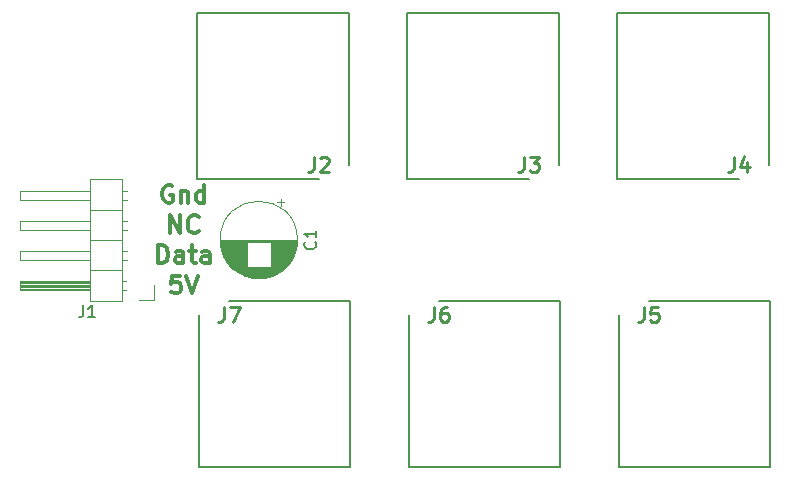
<source format=gto>
G04 #@! TF.GenerationSoftware,KiCad,Pcbnew,(5.1.0-851-g3912c7407)*
G04 #@! TF.CreationDate,2019-06-16T00:16:21-04:00*
G04 #@! TF.ProjectId,Corsair_RGB_Fan_Adaptor,436f7273-6169-4725-9f52-47425f46616e,rev?*
G04 #@! TF.SameCoordinates,Original*
G04 #@! TF.FileFunction,Legend,Top*
G04 #@! TF.FilePolarity,Positive*
%FSLAX46Y46*%
G04 Gerber Fmt 4.6, Leading zero omitted, Abs format (unit mm)*
G04 Created by KiCad (PCBNEW (5.1.0-851-g3912c7407)) date 2019-06-16 00:16:21*
%MOMM*%
%LPD*%
G04 APERTURE LIST*
%ADD10C,0.300000*%
%ADD11C,0.200000*%
%ADD12C,0.120000*%
%ADD13C,0.254000*%
%ADD14C,0.150000*%
G04 APERTURE END LIST*
D10*
X114605714Y-116075000D02*
X114462857Y-116003571D01*
X114248571Y-116003571D01*
X114034285Y-116075000D01*
X113891428Y-116217857D01*
X113820000Y-116360714D01*
X113748571Y-116646428D01*
X113748571Y-116860714D01*
X113820000Y-117146428D01*
X113891428Y-117289285D01*
X114034285Y-117432142D01*
X114248571Y-117503571D01*
X114391428Y-117503571D01*
X114605714Y-117432142D01*
X114677142Y-117360714D01*
X114677142Y-116860714D01*
X114391428Y-116860714D01*
X115320000Y-116503571D02*
X115320000Y-117503571D01*
X115320000Y-116646428D02*
X115391428Y-116575000D01*
X115534285Y-116503571D01*
X115748571Y-116503571D01*
X115891428Y-116575000D01*
X115962857Y-116717857D01*
X115962857Y-117503571D01*
X117320000Y-117503571D02*
X117320000Y-116003571D01*
X117320000Y-117432142D02*
X117177142Y-117503571D01*
X116891428Y-117503571D01*
X116748571Y-117432142D01*
X116677142Y-117360714D01*
X116605714Y-117217857D01*
X116605714Y-116789285D01*
X116677142Y-116646428D01*
X116748571Y-116575000D01*
X116891428Y-116503571D01*
X117177142Y-116503571D01*
X117320000Y-116575000D01*
X114391428Y-120053571D02*
X114391428Y-118553571D01*
X115248571Y-120053571D01*
X115248571Y-118553571D01*
X116820000Y-119910714D02*
X116748571Y-119982142D01*
X116534285Y-120053571D01*
X116391428Y-120053571D01*
X116177142Y-119982142D01*
X116034285Y-119839285D01*
X115962857Y-119696428D01*
X115891428Y-119410714D01*
X115891428Y-119196428D01*
X115962857Y-118910714D01*
X116034285Y-118767857D01*
X116177142Y-118625000D01*
X116391428Y-118553571D01*
X116534285Y-118553571D01*
X116748571Y-118625000D01*
X116820000Y-118696428D01*
X113391428Y-122603571D02*
X113391428Y-121103571D01*
X113748571Y-121103571D01*
X113962857Y-121175000D01*
X114105714Y-121317857D01*
X114177142Y-121460714D01*
X114248571Y-121746428D01*
X114248571Y-121960714D01*
X114177142Y-122246428D01*
X114105714Y-122389285D01*
X113962857Y-122532142D01*
X113748571Y-122603571D01*
X113391428Y-122603571D01*
X115534285Y-122603571D02*
X115534285Y-121817857D01*
X115462857Y-121675000D01*
X115320000Y-121603571D01*
X115034285Y-121603571D01*
X114891428Y-121675000D01*
X115534285Y-122532142D02*
X115391428Y-122603571D01*
X115034285Y-122603571D01*
X114891428Y-122532142D01*
X114820000Y-122389285D01*
X114820000Y-122246428D01*
X114891428Y-122103571D01*
X115034285Y-122032142D01*
X115391428Y-122032142D01*
X115534285Y-121960714D01*
X116034285Y-121603571D02*
X116605714Y-121603571D01*
X116248571Y-121103571D02*
X116248571Y-122389285D01*
X116320000Y-122532142D01*
X116462857Y-122603571D01*
X116605714Y-122603571D01*
X117748571Y-122603571D02*
X117748571Y-121817857D01*
X117677142Y-121675000D01*
X117534285Y-121603571D01*
X117248571Y-121603571D01*
X117105714Y-121675000D01*
X117748571Y-122532142D02*
X117605714Y-122603571D01*
X117248571Y-122603571D01*
X117105714Y-122532142D01*
X117034285Y-122389285D01*
X117034285Y-122246428D01*
X117105714Y-122103571D01*
X117248571Y-122032142D01*
X117605714Y-122032142D01*
X117748571Y-121960714D01*
X115284285Y-123653571D02*
X114570000Y-123653571D01*
X114498571Y-124367857D01*
X114570000Y-124296428D01*
X114712857Y-124225000D01*
X115070000Y-124225000D01*
X115212857Y-124296428D01*
X115284285Y-124367857D01*
X115355714Y-124510714D01*
X115355714Y-124867857D01*
X115284285Y-125010714D01*
X115212857Y-125082142D01*
X115070000Y-125153571D01*
X114712857Y-125153571D01*
X114570000Y-125082142D01*
X114498571Y-125010714D01*
X115784285Y-123653571D02*
X116284285Y-125153571D01*
X116784285Y-123653571D01*
D11*
X129545000Y-101405000D02*
X129545000Y-114300000D01*
X116705000Y-101405000D02*
X129545000Y-101405000D01*
X116705000Y-115512500D02*
X116705000Y-101405000D01*
X127000000Y-115512500D02*
X116705000Y-115512500D01*
X147325000Y-101405000D02*
X147325000Y-114300000D01*
X134485000Y-101405000D02*
X147325000Y-101405000D01*
X134485000Y-115512500D02*
X134485000Y-101405000D01*
X144780000Y-115512500D02*
X134485000Y-115512500D01*
X165105000Y-101405000D02*
X165105000Y-114300000D01*
X152265000Y-101405000D02*
X165105000Y-101405000D01*
X152265000Y-115512500D02*
X152265000Y-101405000D01*
X162560000Y-115512500D02*
X152265000Y-115512500D01*
X152395000Y-139895000D02*
X152395000Y-127000000D01*
X165235000Y-139895000D02*
X152395000Y-139895000D01*
X165235000Y-125787500D02*
X165235000Y-139895000D01*
X154940000Y-125787500D02*
X165235000Y-125787500D01*
X134615000Y-139895000D02*
X134615000Y-127000000D01*
X147455000Y-139895000D02*
X134615000Y-139895000D01*
X147455000Y-125787500D02*
X147455000Y-139895000D01*
X137160000Y-125787500D02*
X147455000Y-125787500D01*
X116835000Y-139895000D02*
X116835000Y-127000000D01*
X129675000Y-139895000D02*
X116835000Y-139895000D01*
X129675000Y-125787500D02*
X129675000Y-139895000D01*
X119380000Y-125787500D02*
X129675000Y-125787500D01*
D12*
X110320000Y-125790000D02*
X110320000Y-115510000D01*
X110320000Y-115510000D02*
X107660000Y-115510000D01*
X107660000Y-115510000D02*
X107660000Y-125790000D01*
X107660000Y-125790000D02*
X110320000Y-125790000D01*
X107660000Y-124840000D02*
X101660000Y-124840000D01*
X101660000Y-124840000D02*
X101660000Y-124080000D01*
X101660000Y-124080000D02*
X107660000Y-124080000D01*
X107660000Y-124780000D02*
X101660000Y-124780000D01*
X107660000Y-124660000D02*
X101660000Y-124660000D01*
X107660000Y-124540000D02*
X101660000Y-124540000D01*
X107660000Y-124420000D02*
X101660000Y-124420000D01*
X107660000Y-124300000D02*
X101660000Y-124300000D01*
X107660000Y-124180000D02*
X101660000Y-124180000D01*
X110650000Y-124840000D02*
X110320000Y-124840000D01*
X110650000Y-124080000D02*
X110320000Y-124080000D01*
X110320000Y-123190000D02*
X107660000Y-123190000D01*
X107660000Y-122300000D02*
X101660000Y-122300000D01*
X101660000Y-122300000D02*
X101660000Y-121540000D01*
X101660000Y-121540000D02*
X107660000Y-121540000D01*
X110717071Y-122300000D02*
X110320000Y-122300000D01*
X110717071Y-121540000D02*
X110320000Y-121540000D01*
X110320000Y-120650000D02*
X107660000Y-120650000D01*
X107660000Y-119760000D02*
X101660000Y-119760000D01*
X101660000Y-119760000D02*
X101660000Y-119000000D01*
X101660000Y-119000000D02*
X107660000Y-119000000D01*
X110717071Y-119760000D02*
X110320000Y-119760000D01*
X110717071Y-119000000D02*
X110320000Y-119000000D01*
X110320000Y-118110000D02*
X107660000Y-118110000D01*
X107660000Y-117220000D02*
X101660000Y-117220000D01*
X101660000Y-117220000D02*
X101660000Y-116460000D01*
X101660000Y-116460000D02*
X107660000Y-116460000D01*
X110717071Y-117220000D02*
X110320000Y-117220000D01*
X110717071Y-116460000D02*
X110320000Y-116460000D01*
X113030000Y-124460000D02*
X113030000Y-125730000D01*
X113030000Y-125730000D02*
X111760000Y-125730000D01*
X124074000Y-117444759D02*
X123444000Y-117444759D01*
X123759000Y-117129759D02*
X123759000Y-117759759D01*
X122322000Y-123871000D02*
X121518000Y-123871000D01*
X122553000Y-123831000D02*
X121287000Y-123831000D01*
X122722000Y-123791000D02*
X121118000Y-123791000D01*
X122860000Y-123751000D02*
X120980000Y-123751000D01*
X122979000Y-123711000D02*
X120861000Y-123711000D01*
X123085000Y-123671000D02*
X120755000Y-123671000D01*
X123182000Y-123631000D02*
X120658000Y-123631000D01*
X123270000Y-123591000D02*
X120570000Y-123591000D01*
X123352000Y-123551000D02*
X120488000Y-123551000D01*
X123429000Y-123511000D02*
X120411000Y-123511000D01*
X123501000Y-123471000D02*
X120339000Y-123471000D01*
X123570000Y-123431000D02*
X120270000Y-123431000D01*
X123634000Y-123391000D02*
X120206000Y-123391000D01*
X123696000Y-123351000D02*
X120144000Y-123351000D01*
X123754000Y-123311000D02*
X120086000Y-123311000D01*
X123810000Y-123271000D02*
X120030000Y-123271000D01*
X123864000Y-123231000D02*
X119976000Y-123231000D01*
X123915000Y-123191000D02*
X119925000Y-123191000D01*
X123964000Y-123151000D02*
X119876000Y-123151000D01*
X124012000Y-123111000D02*
X119828000Y-123111000D01*
X124057000Y-123071000D02*
X119783000Y-123071000D01*
X124102000Y-123031000D02*
X119738000Y-123031000D01*
X124144000Y-122991000D02*
X119696000Y-122991000D01*
X124185000Y-122951000D02*
X119655000Y-122951000D01*
X120880000Y-122911000D02*
X119615000Y-122911000D01*
X124225000Y-122911000D02*
X122960000Y-122911000D01*
X120880000Y-122871000D02*
X119577000Y-122871000D01*
X124263000Y-122871000D02*
X122960000Y-122871000D01*
X120880000Y-122831000D02*
X119540000Y-122831000D01*
X124300000Y-122831000D02*
X122960000Y-122831000D01*
X120880000Y-122791000D02*
X119504000Y-122791000D01*
X124336000Y-122791000D02*
X122960000Y-122791000D01*
X120880000Y-122751000D02*
X119470000Y-122751000D01*
X124370000Y-122751000D02*
X122960000Y-122751000D01*
X120880000Y-122711000D02*
X119436000Y-122711000D01*
X124404000Y-122711000D02*
X122960000Y-122711000D01*
X120880000Y-122671000D02*
X119404000Y-122671000D01*
X124436000Y-122671000D02*
X122960000Y-122671000D01*
X120880000Y-122631000D02*
X119372000Y-122631000D01*
X124468000Y-122631000D02*
X122960000Y-122631000D01*
X120880000Y-122591000D02*
X119342000Y-122591000D01*
X124498000Y-122591000D02*
X122960000Y-122591000D01*
X120880000Y-122551000D02*
X119313000Y-122551000D01*
X124527000Y-122551000D02*
X122960000Y-122551000D01*
X120880000Y-122511000D02*
X119284000Y-122511000D01*
X124556000Y-122511000D02*
X122960000Y-122511000D01*
X120880000Y-122471000D02*
X119256000Y-122471000D01*
X124584000Y-122471000D02*
X122960000Y-122471000D01*
X120880000Y-122431000D02*
X119230000Y-122431000D01*
X124610000Y-122431000D02*
X122960000Y-122431000D01*
X120880000Y-122391000D02*
X119204000Y-122391000D01*
X124636000Y-122391000D02*
X122960000Y-122391000D01*
X120880000Y-122351000D02*
X119178000Y-122351000D01*
X124662000Y-122351000D02*
X122960000Y-122351000D01*
X120880000Y-122311000D02*
X119154000Y-122311000D01*
X124686000Y-122311000D02*
X122960000Y-122311000D01*
X120880000Y-122271000D02*
X119130000Y-122271000D01*
X124710000Y-122271000D02*
X122960000Y-122271000D01*
X120880000Y-122231000D02*
X119108000Y-122231000D01*
X124732000Y-122231000D02*
X122960000Y-122231000D01*
X120880000Y-122191000D02*
X119086000Y-122191000D01*
X124754000Y-122191000D02*
X122960000Y-122191000D01*
X120880000Y-122151000D02*
X119064000Y-122151000D01*
X124776000Y-122151000D02*
X122960000Y-122151000D01*
X120880000Y-122111000D02*
X119044000Y-122111000D01*
X124796000Y-122111000D02*
X122960000Y-122111000D01*
X120880000Y-122071000D02*
X119024000Y-122071000D01*
X124816000Y-122071000D02*
X122960000Y-122071000D01*
X120880000Y-122031000D02*
X119004000Y-122031000D01*
X124836000Y-122031000D02*
X122960000Y-122031000D01*
X120880000Y-121991000D02*
X118986000Y-121991000D01*
X124854000Y-121991000D02*
X122960000Y-121991000D01*
X120880000Y-121951000D02*
X118968000Y-121951000D01*
X124872000Y-121951000D02*
X122960000Y-121951000D01*
X120880000Y-121911000D02*
X118950000Y-121911000D01*
X124890000Y-121911000D02*
X122960000Y-121911000D01*
X120880000Y-121871000D02*
X118934000Y-121871000D01*
X124906000Y-121871000D02*
X122960000Y-121871000D01*
X120880000Y-121831000D02*
X118918000Y-121831000D01*
X124922000Y-121831000D02*
X122960000Y-121831000D01*
X120880000Y-121791000D02*
X118902000Y-121791000D01*
X124938000Y-121791000D02*
X122960000Y-121791000D01*
X120880000Y-121751000D02*
X118887000Y-121751000D01*
X124953000Y-121751000D02*
X122960000Y-121751000D01*
X120880000Y-121711000D02*
X118873000Y-121711000D01*
X124967000Y-121711000D02*
X122960000Y-121711000D01*
X120880000Y-121671000D02*
X118859000Y-121671000D01*
X124981000Y-121671000D02*
X122960000Y-121671000D01*
X120880000Y-121631000D02*
X118846000Y-121631000D01*
X124994000Y-121631000D02*
X122960000Y-121631000D01*
X120880000Y-121591000D02*
X118834000Y-121591000D01*
X125006000Y-121591000D02*
X122960000Y-121591000D01*
X120880000Y-121551000D02*
X118822000Y-121551000D01*
X125018000Y-121551000D02*
X122960000Y-121551000D01*
X120880000Y-121511000D02*
X118810000Y-121511000D01*
X125030000Y-121511000D02*
X122960000Y-121511000D01*
X120880000Y-121471000D02*
X118799000Y-121471000D01*
X125041000Y-121471000D02*
X122960000Y-121471000D01*
X120880000Y-121431000D02*
X118789000Y-121431000D01*
X125051000Y-121431000D02*
X122960000Y-121431000D01*
X120880000Y-121391000D02*
X118779000Y-121391000D01*
X125061000Y-121391000D02*
X122960000Y-121391000D01*
X120880000Y-121351000D02*
X118770000Y-121351000D01*
X125070000Y-121351000D02*
X122960000Y-121351000D01*
X120880000Y-121310000D02*
X118761000Y-121310000D01*
X125079000Y-121310000D02*
X122960000Y-121310000D01*
X120880000Y-121270000D02*
X118753000Y-121270000D01*
X125087000Y-121270000D02*
X122960000Y-121270000D01*
X120880000Y-121230000D02*
X118745000Y-121230000D01*
X125095000Y-121230000D02*
X122960000Y-121230000D01*
X120880000Y-121190000D02*
X118738000Y-121190000D01*
X125102000Y-121190000D02*
X122960000Y-121190000D01*
X120880000Y-121150000D02*
X118731000Y-121150000D01*
X125109000Y-121150000D02*
X122960000Y-121150000D01*
X120880000Y-121110000D02*
X118725000Y-121110000D01*
X125115000Y-121110000D02*
X122960000Y-121110000D01*
X120880000Y-121070000D02*
X118719000Y-121070000D01*
X125121000Y-121070000D02*
X122960000Y-121070000D01*
X120880000Y-121030000D02*
X118714000Y-121030000D01*
X125126000Y-121030000D02*
X122960000Y-121030000D01*
X120880000Y-120990000D02*
X118709000Y-120990000D01*
X125131000Y-120990000D02*
X122960000Y-120990000D01*
X120880000Y-120950000D02*
X118705000Y-120950000D01*
X125135000Y-120950000D02*
X122960000Y-120950000D01*
X120880000Y-120910000D02*
X118702000Y-120910000D01*
X125138000Y-120910000D02*
X122960000Y-120910000D01*
X120880000Y-120870000D02*
X118698000Y-120870000D01*
X125142000Y-120870000D02*
X122960000Y-120870000D01*
X125144000Y-120830000D02*
X118696000Y-120830000D01*
X125147000Y-120790000D02*
X118693000Y-120790000D01*
X125148000Y-120750000D02*
X118692000Y-120750000D01*
X125150000Y-120710000D02*
X118690000Y-120710000D01*
X125150000Y-120670000D02*
X118690000Y-120670000D01*
X125150000Y-120630000D02*
X118690000Y-120630000D01*
X125190000Y-120630000D02*
G75*
G03X125190000Y-120630000I-3270000J0D01*
G01*
D13*
X126576666Y-113604523D02*
X126576666Y-114511666D01*
X126516190Y-114693095D01*
X126395238Y-114814047D01*
X126213809Y-114874523D01*
X126092857Y-114874523D01*
X127120952Y-113725476D02*
X127181428Y-113665000D01*
X127302380Y-113604523D01*
X127604761Y-113604523D01*
X127725714Y-113665000D01*
X127786190Y-113725476D01*
X127846666Y-113846428D01*
X127846666Y-113967380D01*
X127786190Y-114148809D01*
X127060476Y-114874523D01*
X127846666Y-114874523D01*
X144356666Y-113604523D02*
X144356666Y-114511666D01*
X144296190Y-114693095D01*
X144175238Y-114814047D01*
X143993809Y-114874523D01*
X143872857Y-114874523D01*
X144840476Y-113604523D02*
X145626666Y-113604523D01*
X145203333Y-114088333D01*
X145384761Y-114088333D01*
X145505714Y-114148809D01*
X145566190Y-114209285D01*
X145626666Y-114330238D01*
X145626666Y-114632619D01*
X145566190Y-114753571D01*
X145505714Y-114814047D01*
X145384761Y-114874523D01*
X145021904Y-114874523D01*
X144900952Y-114814047D01*
X144840476Y-114753571D01*
X162136666Y-113604523D02*
X162136666Y-114511666D01*
X162076190Y-114693095D01*
X161955238Y-114814047D01*
X161773809Y-114874523D01*
X161652857Y-114874523D01*
X163285714Y-114027857D02*
X163285714Y-114874523D01*
X162983333Y-113544047D02*
X162680952Y-114451190D01*
X163467142Y-114451190D01*
X154516666Y-126304523D02*
X154516666Y-127211666D01*
X154456190Y-127393095D01*
X154335238Y-127514047D01*
X154153809Y-127574523D01*
X154032857Y-127574523D01*
X155726190Y-126304523D02*
X155121428Y-126304523D01*
X155060952Y-126909285D01*
X155121428Y-126848809D01*
X155242380Y-126788333D01*
X155544761Y-126788333D01*
X155665714Y-126848809D01*
X155726190Y-126909285D01*
X155786666Y-127030238D01*
X155786666Y-127332619D01*
X155726190Y-127453571D01*
X155665714Y-127514047D01*
X155544761Y-127574523D01*
X155242380Y-127574523D01*
X155121428Y-127514047D01*
X155060952Y-127453571D01*
X136736666Y-126304523D02*
X136736666Y-127211666D01*
X136676190Y-127393095D01*
X136555238Y-127514047D01*
X136373809Y-127574523D01*
X136252857Y-127574523D01*
X137885714Y-126304523D02*
X137643809Y-126304523D01*
X137522857Y-126365000D01*
X137462380Y-126425476D01*
X137341428Y-126606904D01*
X137280952Y-126848809D01*
X137280952Y-127332619D01*
X137341428Y-127453571D01*
X137401904Y-127514047D01*
X137522857Y-127574523D01*
X137764761Y-127574523D01*
X137885714Y-127514047D01*
X137946190Y-127453571D01*
X138006666Y-127332619D01*
X138006666Y-127030238D01*
X137946190Y-126909285D01*
X137885714Y-126848809D01*
X137764761Y-126788333D01*
X137522857Y-126788333D01*
X137401904Y-126848809D01*
X137341428Y-126909285D01*
X137280952Y-127030238D01*
X118956666Y-126304523D02*
X118956666Y-127211666D01*
X118896190Y-127393095D01*
X118775238Y-127514047D01*
X118593809Y-127574523D01*
X118472857Y-127574523D01*
X119440476Y-126304523D02*
X120287142Y-126304523D01*
X119742857Y-127574523D01*
D14*
X107041666Y-126182380D02*
X107041666Y-126896666D01*
X106994047Y-127039523D01*
X106898809Y-127134761D01*
X106755952Y-127182380D01*
X106660714Y-127182380D01*
X108041666Y-127182380D02*
X107470238Y-127182380D01*
X107755952Y-127182380D02*
X107755952Y-126182380D01*
X107660714Y-126325238D01*
X107565476Y-126420476D01*
X107470238Y-126468095D01*
X126677142Y-120796666D02*
X126724761Y-120844285D01*
X126772380Y-120987142D01*
X126772380Y-121082380D01*
X126724761Y-121225238D01*
X126629523Y-121320476D01*
X126534285Y-121368095D01*
X126343809Y-121415714D01*
X126200952Y-121415714D01*
X126010476Y-121368095D01*
X125915238Y-121320476D01*
X125820000Y-121225238D01*
X125772380Y-121082380D01*
X125772380Y-120987142D01*
X125820000Y-120844285D01*
X125867619Y-120796666D01*
X126772380Y-119844285D02*
X126772380Y-120415714D01*
X126772380Y-120130000D02*
X125772380Y-120130000D01*
X125915238Y-120225238D01*
X126010476Y-120320476D01*
X126058095Y-120415714D01*
M02*

</source>
